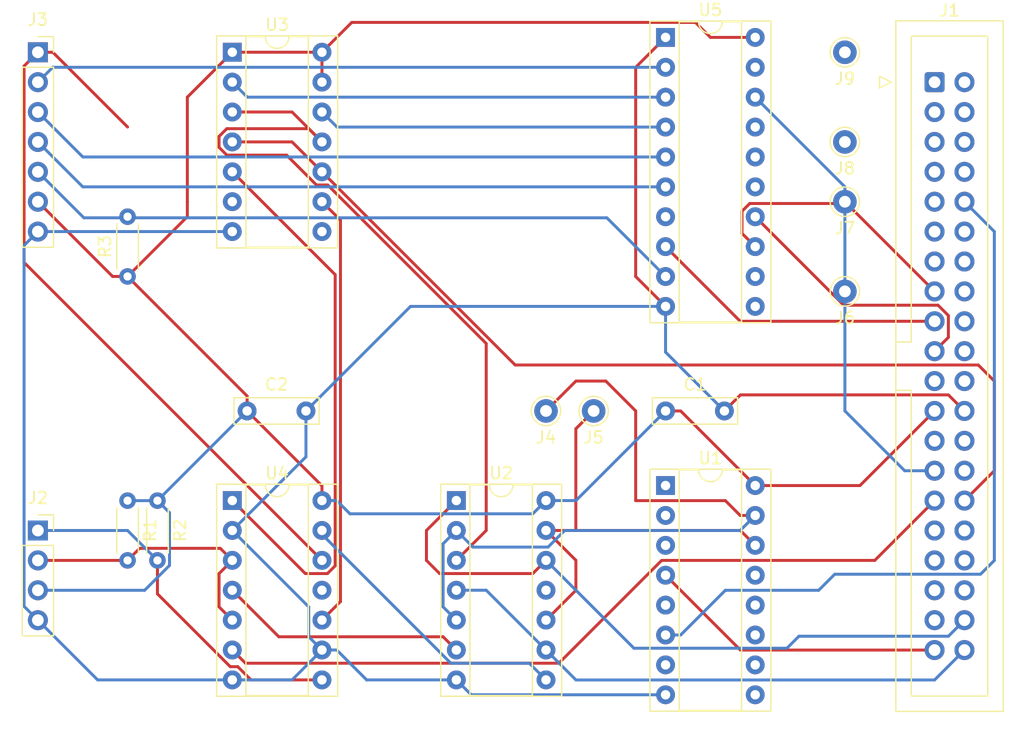
<source format=kicad_pcb>
(kicad_pcb (version 20211014) (generator pcbnew)
  (layers (0 "F.Cu" signal) (31 "B.Cu" signal) (34 "B.Paste" user) (35 "F.Paste" user) (36 "B.SilkS" user "B.Silkscreen") (37 "F.SilkS" user "F.Silkscreen") (38 "B.Mask" user) (39 "F.Mask" user) (44 "Edge.Cuts" user))
  (net 0 "")
  (net 1 "+5V")
  (net 2 "/~{RD}")
  (net 3 "/~{WR}")
  (net 4 "/~{RST}")
  (net 6 "/A1")
  (net 8 "/A2")
  (net 10 "/~{IORQ}")
  (net 12 "/A3")
  (net 14 "/A6")
  (net 15 "Net-(J4-Pad1)")
  (net 17 "Net-(J5-Pad1)")
  (net 18 "GND")
  (net 19 "/A7")
  (net 20 "/~{SPI IORD}")
  (net 21 "/~{I2C IOWR}")
  (net 22 "/~{SPI IOWR}")
  (net 23 "/~{I2C IORD}")
  (net 25 "/D0")
  (net 26 "Net-(U3-Pad9)")
  (net 27 "Net-(U3-Pad5)")
  (net 28 "/D1")
  (net 30 "/D3")
  (net 31 "Net-(U5-Pad12)")
  (net 32 "/D4")
  (net 33 "/D5")
  (net 34 "Net-(U5-Pad15)")
  (net 35 "Net-(U5-Pad16)")
  (net 36 "/D2")
  (net 37 "/D6")
  (net 38 "/D7")
  (net 39 "Net-(U5-Pad19)")
  (net 49 "/I2C_SCL")
  (net 50 "/I2C_SDA")
  (net 51 "/SPI_MISO")
  (net 53 "/SPI_MOSI")
  (net 58 "/SPI_CLK")
  (net 60 "/SPI_~{CS}")
  (net 62 "/SPI_D{slash}~{C}")
  (footprint "Resistor_THT:R_Axial_DIN0204_L3.6mm_D1.6mm_P5.08mm_Horizontal" (layer "F.Cu") (at 111.76 74.93 90)
    (fp_text reference "R3" (at 2.54 -1.92 90) (layer "F.SilkS"))
    (fp_text value "4k7")
    (fp_line (start 0.62 -0.92) (end 4.46 -0.92) (layer "F.SilkS") (width 0.12))
    (fp_line (start 0.62 0.92) (end 4.46 0.92) (layer "F.SilkS") (width 0.12))
    (pad "1" thru_hole circle (at 0 0 90) (size 1.4 1.4) (drill 0.7) (layers *.Cu *.Mask) (net 1 "+5V"))
    (pad "2" thru_hole oval (at 5.08 0 90) (size 1.4 1.4) (drill 0.7) (layers *.Cu *.Mask) (net 51 "/SPI_MISO"))
  )
  (footprint "Connector_Pin:Pin_D1.0mm_L10.0mm" (layer "F.Cu") (at 151.37 86.36)
    (fp_text reference "J5" (at 0 2.25) (layer "F.SilkS"))
    (fp_text value "SPI_SEL")
    (fp_circle (center 0 0) (end 1.25 0.05) (layer "F.SilkS") (width 0.12) (fill none))
    (pad "1" thru_hole circle (at 0 0) (size 2 2) (drill 1) (layers *.Cu *.Mask) (net 17 "Net-(J5-Pad1)"))
  )
  (footprint "Resistor_THT:R_Axial_DIN0204_L3.6mm_D1.6mm_P5.08mm_Horizontal" (layer "F.Cu") (at 111.76 93.98 -90)
    (fp_text reference "R1" (at 2.54 -1.92 90) (layer "F.SilkS"))
    (fp_text value "4K7")
    (fp_line (start 0.62 0.92) (end 4.46 0.92) (layer "F.SilkS") (width 0.12))
    (fp_line (start 0.62 -0.92) (end 4.46 -0.92) (layer "F.SilkS") (width 0.12))
    (pad "1" thru_hole circle locked (at 0 0 270) (size 1.4 1.4) (drill 0.7) (layers *.Cu *.Mask) (net 1 "+5V"))
    (pad "2" thru_hole oval locked (at 5.08 0 270) (size 1.4 1.4) (drill 0.7) (layers *.Cu *.Mask) (net 50 "/I2C_SDA"))
  )
  (footprint "Connector_Pin:Pin_D1.0mm_L10.0mm" (layer "F.Cu") (at 172.72 68.58)
    (fp_text reference "J7" (at 0 2.25) (layer "F.SilkS"))
    (fp_text value "SPI_~{CS3}")
    (fp_circle (center 0 0) (end 1.25 0.05) (layer "F.SilkS") (width 0.12) (fill none))
    (pad "1" thru_hole circle (at 0 0) (size 2 2) (drill 1) (layers *.Cu *.Mask) (net 34 "Net-(U5-Pad15)"))
  )
  (footprint "Connector_Pin:Pin_D1.0mm_L10.0mm" (layer "F.Cu") (at 172.72 55.88)
    (fp_text reference "J9" (at 0 2.25) (layer "F.SilkS"))
    (fp_text value "SPI_~{CS5}")
    (fp_circle (center 0 0) (end 1.25 0.05) (layer "F.SilkS") (width 0.12) (fill none))
    (pad "1" thru_hole circle (at 0 0) (size 2 2) (drill 1) (layers *.Cu *.Mask) (net 39 "Net-(U5-Pad19)"))
  )
  (footprint "Connector_PinSocket_2.54mm:PinSocket_1x04_P2.54mm_Vertical" (layer "F.Cu") (at 104.14 96.52)
    (fp_text reference "J2" (at 0 -2.77) (layer "F.SilkS"))
    (fp_text value "I2C Bus")
    (fp_line (start 1.33 -1.33) (end 1.33 0) (layer "F.SilkS") (width 0.12))
    (fp_line (start -1.33 1.27) (end -1.33 8.95) (layer "F.SilkS") (width 0.12))
    (fp_line (start -1.33 8.95) (end 1.33 8.95) (layer "F.SilkS") (width 0.12))
    (fp_line (start 0 -1.33) (end 1.33 -1.33) (layer "F.SilkS") (width 0.12))
    (fp_line (start -1.33 1.27) (end 1.33 1.27) (layer "F.SilkS") (width 0.12))
    (fp_line (start 1.33 1.27) (end 1.33 8.95) (layer "F.SilkS") (width 0.12))
    (pad "1" thru_hole rect locked (at 0 0) (size 1.7 1.7) (drill 1) (layers *.Cu *.Mask) (net 49 "/I2C_SCL"))
    (pad "2" thru_hole oval locked (at 0 2.54) (size 1.7 1.7) (drill 1) (layers *.Cu *.Mask) (net 50 "/I2C_SDA"))
    (pad "3" thru_hole oval locked (at 0 5.08) (size 1.7 1.7) (drill 1) (layers *.Cu *.Mask) (net 1 "+5V"))
    (pad "4" thru_hole oval locked (at 0 7.62) (size 1.7 1.7) (drill 1) (layers *.Cu *.Mask) (net 18 "GND"))
  )
  (footprint "Resistor_THT:R_Axial_DIN0204_L3.6mm_D1.6mm_P5.08mm_Horizontal" (layer "F.Cu") (at 114.3 93.98 -90)
    (fp_text reference "R2" (at 2.54 -1.92 90) (layer "F.SilkS"))
    (fp_text value "4K7")
    (fp_line (start 0.62 -0.92) (end 4.46 -0.92) (layer "F.SilkS") (width 0.12))
    (fp_line (start 0.62 0.92) (end 4.46 0.92) (layer "F.SilkS") (width 0.12))
    (pad "1" thru_hole circle locked (at 0 0 270) (size 1.4 1.4) (drill 0.7) (layers *.Cu *.Mask) (net 1 "+5V"))
    (pad "2" thru_hole oval locked (at 5.08 0 270) (size 1.4 1.4) (drill 0.7) (layers *.Cu *.Mask) (net 49 "/I2C_SCL"))
  )
  (footprint "Connector_Pin:Pin_D1.0mm_L10.0mm" (layer "F.Cu") (at 172.72 76.2)
    (fp_text reference "J6" (at 0 2.25) (layer "F.SilkS"))
    (fp_text value "SPI_~{CS2}")
    (fp_circle (center 0 0) (end 1.25 0.05) (layer "F.SilkS") (width 0.12) (fill none))
    (pad "1" thru_hole circle (at 0 0) (size 2 2) (drill 1) (layers *.Cu *.Mask) (net 31 "Net-(U5-Pad12)"))
  )
  (footprint "Connector_Pin:Pin_D1.0mm_L10.0mm" (layer "F.Cu") (at 172.72 63.5)
    (fp_text reference "J8" (at 0 2.25) (layer "F.SilkS"))
    (fp_text value "SPI_~{CS4}")
    (fp_circle (center 0 0) (end 1.25 0.05) (layer "F.SilkS") (width 0.12) (fill none))
    (pad "1" thru_hole circle (at 0 0) (size 2 2) (drill 1) (layers *.Cu *.Mask) (net 35 "Net-(U5-Pad16)"))
  )
  (footprint "SC-1 Library:SC-1 CPU IDC Header" (layer "F.Cu") (at 180.34 58.42)
    (fp_text reference "J1" (at 1.27 -6.1) (layer "F.SilkS"))
    (fp_text value "SC-1 Expansion")
    (fp_line (start -3.68 0) (end -4.68 -0.5) (layer "F.SilkS") (width 0.12))
    (fp_line (start -3.29 53.47) (end -3.29 -5.21) (layer "F.SilkS") (width 0.12))
    (fp_line (start -4.68 0.5) (end -3.68 0) (layer "F.SilkS") (width 0.12))
    (fp_line (start 5.83 53.47) (end -3.29 53.47) (layer "F.SilkS") (width 0.12))
    (fp_line (start -4.68 -0.5) (end -4.68 0.5) (layer "F.SilkS") (width 0.12))
    (fp_line (start -3.29 -5.21) (end 5.83 -5.21) (layer "F.SilkS") (width 0.12))
    (fp_line (start 5.83 -5.21) (end 5.83 53.47) (layer "F.SilkS") (width 0.12))
    (fp_line (start -3.29 22.08) (end -1.98 22.08) (layer "F.SilkS") (width 0.12))
    (fp_line (start -1.98 -3.91) (end 4.52 -3.91) (layer "F.SilkS") (width 0.12))
    (fp_line (start -1.98 26.18) (end -3.29 26.18) (layer "F.SilkS") (width 0.12))
    (fp_line (start 4.52 52.17) (end -1.98 52.17) (layer "F.SilkS") (width 0.12))
    (fp_line (start 4.52 -3.91) (end 4.52 52.17) (layer "F.SilkS") (width 0.12))
    (fp_line (start -1.98 26.18) (end -1.98 26.18) (layer "F.SilkS") (width 0.12))
    (fp_line (start -1.98 52.17) (end -1.98 26.18) (layer "F.SilkS") (width 0.12))
    (fp_line (start -1.98 22.08) (end -1.98 -3.91) (layer "F.SilkS") (width 0.12))
    (pad "1" thru_hole roundrect (at 0 0) (size 1.7 1.7) (drill 1) (layers *.Cu *.Mask) (roundrect_rratio 0.147059))
    (pad "2" thru_hole circle (at 0 2.54) (size 1.7 1.7) (drill 1) (layers *.Cu *.Mask))
    (pad "3" thru_hole circle (at 0 5.08) (size 1.7 1.7) (drill 1) (layers *.Cu *.Mask))
    (pad "4" thru_hole circle (at 0 7.62) (size 1.7 1.7) (drill 1) (layers *.Cu *.Mask))
    (pad "5" thru_hole circle (at 0 10.16) (size 1.7 1.7) (drill 1) (layers *.Cu *.Mask))
    (pad "6" thru_hole circle (at 0 12.7) (size 1.7 1.7) (drill 1) (layers *.Cu *.Mask))
    (pad "7" thru_hole circle (at 0 15.24) (size 1.7 1.7) (drill 1) (layers *.Cu *.Mask))
    (pad "8" thru_hole circle (at 0 17.78) (size 1.7 1.7) (drill 1) (layers *.Cu *.Mask) (net 32 "/D4"))
    (pad "9" thru_hole circle (at 0 20.32) (size 1.7 1.7) (drill 1) (layers *.Cu *.Mask) (net 30 "/D3"))
    (pad "10" thru_hole circle (at 0 22.86) (size 1.7 1.7) (drill 1) (layers *.Cu *.Mask) (net 33 "/D5"))
    (pad "11" thru_hole circle (at 0 25.4) (size 1.7 1.7) (drill 1) (layers *.Cu *.Mask) (net 37 "/D6"))
    (pad "12" thru_hole circle (at 0 27.94) (size 1.7 1.7) (drill 1) (layers *.Cu *.Mask) (net 1 "+5V"))
    (pad "13" thru_hole circle (at 0 30.48) (size 1.7 1.7) (drill 1) (layers *.Cu *.Mask) (net 36 "/D2"))
    (pad "14" thru_hole circle (at 0 33.02) (size 1.7 1.7) (drill 1) (layers *.Cu *.Mask) (net 38 "/D7"))
    (pad "15" thru_hole circle (at 0 35.56) (size 1.7 1.7) (drill 1) (layers *.Cu *.Mask) (net 25 "/D0"))
    (pad "16" thru_hole circle (at 0 38.1) (size 1.7 1.7) (drill 1) (layers *.Cu *.Mask) (net 28 "/D1"))
    (pad "17" thru_hole circle (at 0 40.64) (size 1.7 1.7) (drill 1) (layers *.Cu *.Mask))
    (pad "18" thru_hole circle (at 0 43.18) (size 1.7 1.7) (drill 1) (layers *.Cu *.Mask))
    (pad "19" thru_hole circle (at 0 45.72) (size 1.7 1.7) (drill 1) (layers *.Cu *.Mask))
    (pad "20" thru_hole circle (at 0 48.26) (size 1.7 1.7) (drill 1) (layers *.Cu *.Mask) (net 10 "/~{IORQ}"))
    (pad "21" thru_hole circle (at 2.54 48.26) (size 1.7 1.7) (drill 1) (layers *.Cu *.Mask) (net 2 "/~{RD}"))
    (pad "22" thru_hole circle (at 2.54 45.72) (size 1.7 1.7) (drill 1) (layers *.Cu *.Mask) (net 3 "/~{WR}"))
    (pad "23" thru_hole circle (at 2.54 43.18) (size 1.7 1.7) (drill 1) (layers *.Cu *.Mask))
    (pad "24" thru_hole circle (at 2.54 40.64) (size 1.7 1.7) (drill 1) (layers *.Cu *.Mask))
    (pad "25" thru_hole circle (at 2.54 38.1) (size 1.7 1.7) (drill 1) (layers *.Cu *.Mask))
    (pad "26" thru_hole circle (at 2.54 35.56) (size 1.7 1.7) (drill 1) (layers *.Cu *.Mask) (net 4 "/~{RST}"))
    (pad "27" thru_hole circle (at 2.54 33.02) (size 1.7 1.7) (drill 1) (layers *.Cu *.Mask))
    (pad "28" thru_hole circle (at 2.54 30.48) (size 1.7 1.7) (drill 1) (layers *.Cu *.Mask))
    (pad "29" thru_hole circle (at 2.54 27.94) (size 1.7 1.7) (drill 1) (layers *.Cu *.Mask) (net 18 "GND"))
    (pad "30" thru_hole circle (at 2.54 25.4) (size 1.7 1.7) (drill 1) (layers *.Cu *.Mask))
    (pad "31" thru_hole circle (at 2.54 22.86) (size 1.7 1.7) (drill 1) (layers *.Cu *.Mask) (net 6 "/A1"))
    (pad "32" thru_hole circle (at 2.54 20.32) (size 1.7 1.7) (drill 1) (layers *.Cu *.Mask) (net 8 "/A2"))
    (pad "33" thru_hole circle (at 2.54 17.78) (size 1.7 1.7) (drill 1) (layers *.Cu *.Mask) (net 12 "/A3"))
    (pad "34" thru_hole circle (at 2.54 15.24) (size 1.7 1.7) (drill 1) (layers *.Cu *.Mask))
    (pad "35" thru_hole circle (at 2.54 12.7) (size 1.7 1.7) (drill 1) (layers *.Cu *.Mask))
    (pad "36" thru_hole circle (at 2.54 10.16) (size 1.7 1.7) (drill 1) (layers *.Cu *.Mask) (net 14 "/A6"))
    (pad "37" thru_hole circle (at 2.54 7.62) (size 1.7 1.7) (drill 1) (layers *.Cu *.Mask) (net 19 "/A7"))
    (pad "38" thru_hole circle (at 2.54 5.08) (size 1.7 1.7) (drill 1) (layers *.Cu *.Mask))
    (pad "39" thru_hole circle (at 2.54 2.54) (size 1.7 1.7) (drill 1) (layers *.Cu *.Mask))
    (pad "40" thru_hole circle (at 2.54 0) (size 1.7 1.7) (drill 1) (layers *.Cu *.Mask))
  )
  (footprint "Package_DIP:DIP-14_W7.62mm_Socket" (layer "F.Cu") (at 120.66 93.975)
    (fp_text reference "U4" (at 3.81 -2.33) (layer "F.SilkS"))
    (fp_text value "74HC125")
    (fp_line (start 2.81 -1.33) (end 1.16 -1.33) (layer "F.SilkS") (width 0.12))
    (fp_line (start 6.46 16.57) (end 6.46 -1.33) (layer "F.SilkS") (width 0.12))
    (fp_line (start -1.33 -1.39) (end -1.33 16.63) (layer "F.SilkS") (width 0.12))
    (fp_line (start 6.46 -1.33) (end 4.81 -1.33) (layer "F.SilkS") (width 0.12))
    (fp_line (start -1.33 16.63) (end 8.95 16.63) (layer "F.SilkS") (width 0.12))
    (fp_line (start 8.95 16.63) (end 8.95 -1.39) (layer "F.SilkS") (width 0.12))
    (fp_line (start 1.16 16.57) (end 6.46 16.57) (layer "F.SilkS") (width 0.12))
    (fp_line (start 8.95 -1.39) (end -1.33 -1.39) (layer "F.SilkS") (width 0.12))
    (fp_line (start 1.16 -1.33) (end 1.16 16.57) (layer "F.SilkS") (width 0.12))
    (fp_arc (start 4.81 -1.33) (mid 3.81 -0.33) (end 2.81 -1.33) (layer "F.SilkS") (width 0.12))
    (pad "1" thru_hole rect locked (at 0 0) (size 1.6 1.6) (drill 0.8) (layers *.Cu *.Mask) (net 27 "Net-(U3-Pad5)"))
    (pad "2" thru_hole oval locked (at 0 2.54) (size 1.6 1.6) (drill 0.8) (layers *.Cu *.Mask) (net 18 "GND"))
    (pad "3" thru_hole oval locked (at 0 5.08) (size 1.6 1.6) (drill 0.8) (layers *.Cu *.Mask) (net 50 "/I2C_SDA"))
    (pad "4" thru_hole oval locked (at 0 7.62) (size 1.6 1.6) (drill 0.8) (layers *.Cu *.Mask) (net 23 "/~{I2C IORD}"))
    (pad "5" thru_hole oval locked (at 0 10.16) (size 1.6 1.6) (drill 0.8) (layers *.Cu *.Mask) (net 50 "/I2C_SDA"))
    (pad "6" thru_hole oval locked (at 0 12.7) (size 1.6 1.6) (drill 0.8) (layers *.Cu *.Mask) (net 25 "/D0"))
    (pad "7" thru_hole oval locked (at 0 15.24) (size 1.6 1.6) (drill 0.8) (layers *.Cu *.Mask) (net 18 "GND"))
    (pad "8" thru_hole oval locked (at 7.62 15.24) (size 1.6 1.6) (drill 0.8) (layers *.Cu *.Mask) (net 49 "/I2C_SCL"))
    (pad "9" thru_hole oval locked (at 7.62 12.7) (size 1.6 1.6) (drill 0.8) (layers *.Cu *.Mask) (net 18 "GND"))
    (pad "10" thru_hole oval locked (at 7.62 10.16) (size 1.6 1.6) (drill 0.8) (layers *.Cu *.Mask) (net 26 "Net-(U3-Pad9)"))
    (pad "11" thru_hole oval locked (at 7.62 7.62) (size 1.6 1.6) (drill 0.8) (layers *.Cu *.Mask) (net 30 "/D3"))
    (pad "12" thru_hole oval locked (at 7.62 5.08) (size 1.6 1.6) (drill 0.8) (layers *.Cu *.Mask) (net 51 "/SPI_MISO"))
    (pad "13" thru_hole oval locked (at 7.62 2.54) (size 1.6 1.6) (drill 0.8) (layers *.Cu *.Mask) (net 20 "/~{SPI IORD}"))
    (pad "14" thru_hole oval locked (at 7.62 0) (size 1.6 1.6) (drill 0.8) (layers *.Cu *.Mask) (net 1 "+5V"))
  )
  (footprint "Package_DIP:DIP-16_W7.62mm_Socket" (layer "F.Cu") (at 157.48 92.7)
    (fp_text reference "U1" (at 3.81 -2.33) (layer "F.SilkS"))
    (fp_text value "74HC138")
    (fp_line (start 8.95 -1.39) (end -1.33 -1.39) (layer "F.SilkS") (width 0.12))
    (fp_line (start -1.33 -1.39) (end -1.33 19.17) (layer "F.SilkS") (width 0.12))
    (fp_line (start 2.81 -1.33) (end 1.16 -1.33) (layer "F.SilkS") (width 0.12))
    (fp_line (start 6.46 19.11) (end 6.46 -1.33) (layer "F.SilkS") (width 0.12))
    (fp_line (start 1.16 19.11) (end 6.46 19.11) (layer "F.SilkS") (width 0.12))
    (fp_line (start 8.95 19.17) (end 8.95 -1.39) (layer "F.SilkS") (width 0.12))
    (fp_line (start -1.33 19.17) (end 8.95 19.17) (layer "F.SilkS") (width 0.12))
    (fp_line (start 6.46 -1.33) (end 4.81 -1.33) (layer "F.SilkS") (width 0.12))
    (fp_line (start 1.16 -1.33) (end 1.16 19.11) (layer "F.SilkS") (width 0.12))
    (fp_arc (start 4.81 -1.33) (mid 3.81 -0.33) (end 2.81 -1.33) (layer "F.SilkS") (width 0.12))
    (pad "1" thru_hole rect locked (at 0 0) (size 1.6 1.6) (drill 0.8) (layers *.Cu *.Mask) (net 6 "/A1"))
    (pad "2" thru_hole oval locked (at 0 2.54) (size 1.6 1.6) (drill 0.8) (layers *.Cu *.Mask) (net 8 "/A2"))
    (pad "3" thru_hole oval locked (at 0 5.08) (size 1.6 1.6) (drill 0.8) (layers *.Cu *.Mask) (net 12 "/A3"))
    (pad "4" thru_hole oval locked (at 0 7.62) (size 1.6 1.6) (drill 0.8) (layers *.Cu *.Mask) (net 10 "/~{IORQ}"))
    (pad "5" thru_hole oval locked (at 0 10.16) (size 1.6 1.6) (drill 0.8) (layers *.Cu *.Mask) (net 19 "/A7"))
    (pad "6" thru_hole oval locked (at 0 12.7) (size 1.6 1.6) (drill 0.8) (layers *.Cu *.Mask) (net 14 "/A6"))
    (pad "7" thru_hole oval locked (at 0 15.24) (size 1.6 1.6) (drill 0.8) (layers *.Cu *.Mask))
    (pad "8" thru_hole oval locked (at 0 17.78) (size 1.6 1.6) (drill 0.8) (layers *.Cu *.Mask) (net 18 "GND"))
    (pad "9" thru_hole oval locked (at 7.62 17.78) (size 1.6 1.6) (drill 0.8) (layers *.Cu *.Mask))
    (pad "10" thru_hole oval locked (at 7.62 15.24) (size 1.6 1.6) (drill 0.8) (layers *.Cu *.Mask))
    (pad "11" thru_hole oval locked (at 7.62 12.7) (size 1.6 1.6) (drill 0.8) (layers *.Cu *.Mask))
    (pad "12" thru_hole oval locked (at 7.62 10.16) (size 1.6 1.6) (drill 0.8) (layers *.Cu *.Mask))
    (pad "13" thru_hole oval locked (at 7.62 7.62) (size 1.6 1.6) (drill 0.8) (layers *.Cu *.Mask))
    (pad "14" thru_hole oval locked (at 7.62 5.08) (size 1.6 1.6) (drill 0.8) (layers *.Cu *.Mask) (net 17 "Net-(J5-Pad1)"))
    (pad "15" thru_hole oval locked (at 7.62 2.54) (size 1.6 1.6) (drill 0.8) (layers *.Cu *.Mask) (net 15 "Net-(J4-Pad1)"))
    (pad "16" thru_hole oval locked (at 7.62 0) (size 1.6 1.6) (drill 0.8) (layers *.Cu *.Mask) (net 1 "+5V"))
  )
  (footprint "Capacitor_THT:C_Rect_L7.0mm_W2.0mm_P5.00mm" (layer "F.Cu") (at 121.92 86.36)
    (fp_text reference "C2" (at 2.5 -2.25) (layer "F.SilkS"))
    (fp_text value "100nf")
    (fp_line (start -1.12 1.12) (end 6.12 1.12) (layer "F.SilkS") (width 0.12))
    (fp_line (start -1.12 -1.12) (end 6.12 -1.12) (layer "F.SilkS") (width 0.12))
    (fp_line (start 6.12 -1.12) (end 6.12 1.12) (layer "F.SilkS") (width 0.12))
    (fp_line (start -1.12 -1.12) (end -1.12 1.12) (layer "F.SilkS") (width 0.12))
    (pad "1" thru_hole circle locked (at 0 0) (size 1.6 1.6) (drill 0.8) (layers *.Cu *.Mask) (net 1 "+5V"))
    (pad "2" thru_hole circle locked (at 5 0) (size 1.6 1.6) (drill 0.8) (layers *.Cu *.Mask) (net 18 "GND"))
  )
  (footprint "Connector_Pin:Pin_D1.0mm_L10.0mm" (layer "F.Cu") (at 147.32 86.36)
    (fp_text reference "J4" (at 0 2.25) (layer "F.SilkS"))
    (fp_text value "I2C_SEL")
    (fp_circle (center 0 0) (end 1.25 0.05) (layer "F.SilkS") (width 0.12) (fill none))
    (pad "1" thru_hole circle (at 0 0) (size 2 2) (drill 1) (layers *.Cu *.Mask) (net 15 "Net-(J4-Pad1)"))
  )
  (footprint "Package_DIP:DIP-14_W7.62mm_Socket" (layer "F.Cu") (at 139.7 93.975)
    (fp_text reference "U2" (at 3.81 -2.33) (layer "F.SilkS"))
    (fp_text value "74HC32")
    (fp_line (start 6.46 -1.33) (end 4.81 -1.33) (layer "F.SilkS") (width 0.12))
    (fp_line (start -1.33 -1.39) (end -1.33 16.63) (layer "F.SilkS") (width 0.12))
    (fp_line (start 6.46 16.57) (end 6.46 -1.33) (layer "F.SilkS") (width 0.12))
    (fp_line (start 2.81 -1.33) (end 1.16 -1.33) (layer "F.SilkS") (width 0.12))
    (fp_line (start -1.33 16.63) (end 8.95 16.63) (layer "F.SilkS") (width 0.12))
    (fp_line (start 1.16 16.57) (end 6.46 16.57) (layer "F.SilkS") (width 0.12))
    (fp_line (start 8.95 -1.39) (end -1.33 -1.39) (layer "F.SilkS") (width 0.12))
    (fp_line (start 8.95 16.63) (end 8.95 -1.39) (layer "F.SilkS") (width 0.12))
    (fp_line (start 1.16 -1.33) (end 1.16 16.57) (layer "F.SilkS") (width 0.12))
    (fp_arc (start 4.81 -1.33) (mid 3.81 -0.33) (end 2.81 -1.33) (layer "F.SilkS") (width 0.12))
    (pad "1" thru_hole rect locked (at 0 0) (size 1.6 1.6) (drill 0.8) (layers *.Cu *.Mask) (net 3 "/~{WR}"))
    (pad "2" thru_hole oval locked (at 0 2.54) (size 1.6 1.6) (drill 0.8) (layers *.Cu *.Mask) (net 15 "Net-(J4-Pad1)"))
    (pad "3" thru_hole oval locked (at 0 5.08) (size 1.6 1.6) (drill 0.8) (layers *.Cu *.Mask) (net 21 "/~{I2C IOWR}"))
    (pad "4" thru_hole oval locked (at 0 7.62) (size 1.6 1.6) (drill 0.8) (layers *.Cu *.Mask) (net 2 "/~{RD}"))
    (pad "5" thru_hole oval locked (at 0 10.16) (size 1.6 1.6) (drill 0.8) (layers *.Cu *.Mask) (net 15 "Net-(J4-Pad1)"))
    (pad "6" thru_hole oval locked (at 0 12.7) (size 1.6 1.6) (drill 0.8) (layers *.Cu *.Mask) (net 23 "/~{I2C IORD}"))
    (pad "7" thru_hole oval locked (at 0 15.24) (size 1.6 1.6) (drill 0.8) (layers *.Cu *.Mask) (net 18 "GND"))
    (pad "8" thru_hole oval locked (at 7.62 15.24) (size 1.6 1.6) (drill 0.8) (layers *.Cu *.Mask) (net 20 "/~{SPI IORD}"))
    (pad "9" thru_hole oval locked (at 7.62 12.7) (size 1.6 1.6) (drill 0.8) (layers *.Cu *.Mask) (net 2 "/~{RD}"))
    (pad "10" thru_hole oval locked (at 7.62 10.16) (size 1.6 1.6) (drill 0.8) (layers *.Cu *.Mask) (net 17 "Net-(J5-Pad1)"))
    (pad "11" thru_hole oval locked (at 7.62 7.62) (size 1.6 1.6) (drill 0.8) (layers *.Cu *.Mask) (net 22 "/~{SPI IOWR}"))
    (pad "12" thru_hole oval locked (at 7.62 5.08) (size 1.6 1.6) (drill 0.8) (layers *.Cu *.Mask) (net 3 "/~{WR}"))
    (pad "13" thru_hole oval locked (at 7.62 2.54) (size 1.6 1.6) (drill 0.8) (layers *.Cu *.Mask) (net 17 "Net-(J5-Pad1)"))
    (pad "14" thru_hole oval locked (at 7.62 0) (size 1.6 1.6) (drill 0.8) (layers *.Cu *.Mask) (net 1 "+5V"))
  )
  (footprint "Package_DIP:DIP-14_W7.62mm_Socket" (layer "F.Cu") (at 120.66 55.875)
    (fp_text reference "U3" (at 3.81 -2.33) (layer "F.SilkS"))
    (fp_text value "74HC74")
    (fp_line (start -1.33 16.63) (end 8.95 16.63) (layer "F.SilkS") (width 0.12))
    (fp_line (start 1.16 16.57) (end 6.46 16.57) (layer "F.SilkS") (width 0.12))
    (fp_line (start 6.46 16.57) (end 6.46 -1.33) (layer "F.SilkS") (width 0.12))
    (fp_line (start 6.46 -1.33) (end 4.81 -1.33) (layer "F.SilkS") (width 0.12))
    (fp_line (start -1.33 -1.39) (end -1.33 16.63) (layer "F.SilkS") (width 0.12))
    (fp_line (start 2.81 -1.33) (end 1.16 -1.33) (layer "F.SilkS") (width 0.12))
    (fp_line (start 8.95 -1.39) (end -1.33 -1.39) (layer "F.SilkS") (width 0.12))
    (fp_line (start 1.16 -1.33) (end 1.16 16.57) (layer "F.SilkS") (width 0.12))
    (fp_line (start 8.95 16.63) (end 8.95 -1.39) (layer "F.SilkS") (width 0.12))
    (fp_arc (start 4.81 -1.33) (mid 3.81 -0.33) (end 2.81 -1.33) (layer "F.SilkS") (width 0.12))
    (pad "1" thru_hole rect locked (at 0 0) (size 1.6 1.6) (drill 0.8) (layers *.Cu *.Mask) (net 1 "+5V"))
    (pad "2" thru_hole oval locked (at 0 2.54) (size 1.6 1.6) (drill 0.8) (layers *.Cu *.Mask) (net 25 "/D0"))
    (pad "3" thru_hole oval locked (at 0 5.08) (size 1.6 1.6) (drill 0.8) (layers *.Cu *.Mask) (net 21 "/~{I2C IOWR}"))
    (pad "4" thru_hole oval locked (at 0 7.62) (size 1.6 1.6) (drill 0.8) (layers *.Cu *.Mask) (net 4 "/~{RST}"))
    (pad "5" thru_hole oval locked (at 0 10.16) (size 1.6 1.6) (drill 0.8) (layers *.Cu *.Mask) (net 27 "Net-(U3-Pad5)"))
    (pad "6" thru_hole oval locked (at 0 12.7) (size 1.6 1.6) (drill 0.8) (layers *.Cu *.Mask))
    (pad "7" thru_hole oval locked (at 0 15.24) (size 1.6 1.6) (drill 0.8) (layers *.Cu *.Mask) (net 18 "GND"))
    (pad "8" thru_hole oval locked (at 7.62 15.24) (size 1.6 1.6) (drill 0.8) (layers *.Cu *.Mask))
    (pad "9" thru_hole oval locked (at 7.62 12.7) (size 1.6 1.6) (drill 0.8) (layers *.Cu *.Mask) (net 26 "Net-(U3-Pad9)"))
    (pad "10" thru_hole oval locked (at 7.62 10.16) (size 1.6 1.6) (drill 0.8) (layers *.Cu *.Mask) (net 4 "/~{RST}"))
    (pad "11" thru_hole oval locked (at 7.62 7.62) (size 1.6 1.6) (drill 0.8) (layers *.Cu *.Mask) (net 21 "/~{I2C IOWR}"))
    (pad "12" thru_hole oval locked (at 7.62 5.08) (size 1.6 1.6) (drill 0.8) (layers *.Cu *.Mask) (net 28 "/D1"))
    (pad "13" thru_hole oval locked (at 7.62 2.54) (size 1.6 1.6) (drill 0.8) (layers *.Cu *.Mask) (net 1 "+5V"))
    (pad "14" thru_hole oval locked (at 7.62 0) (size 1.6 1.6) (drill 0.8) (layers *.Cu *.Mask) (net 1 "+5V"))
  )
  (footprint "Capacitor_THT:C_Rect_L7.0mm_W2.0mm_P5.00mm" (layer "F.Cu") (at 157.48 86.36)
    (fp_text reference "C1" (at 2.5 -2.25) (layer "F.SilkS"))
    (fp_text value "100nf")
    (fp_line (start -1.12 -1.12) (end -1.12 1.12) (layer "F.SilkS") (width 0.12))
    (fp_line (start 6.12 -1.12) (end 6.12 1.12) (layer "F.SilkS") (width 0.12))
    (fp_line (start -1.12 -1.12) (end 6.12 -1.12) (layer "F.SilkS") (width 0.12))
    (fp_line (start -1.12 1.12) (end 6.12 1.12) (layer "F.SilkS") (width 0.12))
    (pad "1" thru_hole circle locked (at 0 0) (size 1.6 1.6) (drill 0.8) (layers *.Cu *.Mask) (net 1 "+5V"))
    (pad "2" thru_hole circle locked (at 5 0) (size 1.6 1.6) (drill 0.8) (layers *.Cu *.Mask) (net 18 "GND"))
  )
  (footprint "Package_DIP:DIP-20_W7.62mm_Socket" (layer "F.Cu") (at 157.48 54.615)
    (fp_text reference "U5" (at 3.81 -2.33) (layer "F.SilkS"))
    (fp_text value "74HC374")
    (fp_line (start 1.16 24.19) (end 6.46 24.19) (layer "F.SilkS") (width 0.12))
    (fp_line (start 8.95 -1.39) (end -1.33 -1.39) (layer "F.SilkS") (width 0.12))
    (fp_line (start 1.16 -1.33) (end 1.16 24.19) (layer "F.SilkS") (width 0.12))
    (fp_line (start 8.95 24.25) (end 8.95 -1.39) (layer "F.SilkS") (width 0.12))
    (fp_line (start -1.33 -1.39) (end -1.33 24.25) (layer "F.SilkS") (width 0.12))
    (fp_line (start 2.81 -1.33) (end 1.16 -1.33) (layer "F.SilkS") (width 0.12))
    (fp_line (start -1.33 24.25) (end 8.95 24.25) (layer "F.SilkS") (width 0.12))
    (fp_line (start 6.46 -1.33) (end 4.81 -1.33) (layer "F.SilkS") (width 0.12))
    (fp_line (start 6.46 24.19) (end 6.46 -1.33) (layer "F.SilkS") (width 0.12))
    (fp_arc (start 4.81 -1.33) (mid 3.81 -0.33) (end 2.81 -1.33) (layer "F.SilkS") (width 0.12))
    (pad "1" thru_hole rect locked (at 0 0) (size 1.6 1.6) (drill 0.8) (layers *.Cu *.Mask) (net 18 "GND"))
    (pad "2" thru_hole oval locked (at 0 2.54) (size 1.6 1.6) (drill 0.8) (layers *.Cu *.Mask) (net 53 "/SPI_MOSI"))
    (pad "3" thru_hole oval locked (at 0 5.08) (size 1.6 1.6) (drill 0.8) (layers *.Cu *.Mask) (net 25 "/D0"))
    (pad "4" thru_hole oval locked (at 0 7.62) (size 1.6 1.6) (drill 0.8) (layers *.Cu *.Mask) (net 28 "/D1"))
    (pad "5" thru_hole oval locked (at 0 10.16) (size 1.6 1.6) (drill 0.8) (layers *.Cu *.Mask) (net 58 "/SPI_CLK"))
    (pad "6" thru_hole oval locked (at 0 12.7) (size 1.6 1.6) (drill 0.8) (layers *.Cu *.Mask) (net 60 "/SPI_~{CS}"))
    (pad "7" thru_hole oval locked (at 0 15.24) (size 1.6 1.6) (drill 0.8) (layers *.Cu *.Mask) (net 36 "/D2"))
    (pad "8" thru_hole oval locked (at 0 17.78) (size 1.6 1.6) (drill 0.8) (layers *.Cu *.Mask) (net 30 "/D3"))
    (pad "9" thru_hole oval locked (at 0 20.32) (size 1.6 1.6) (drill 0.8) (layers *.Cu *.Mask) (net 62 "/SPI_D{slash}~{C}"))
    (pad "10" thru_hole oval locked (at 0 22.86) (size 1.6 1.6) (drill 0.8) (layers *.Cu *.Mask) (net 18 "GND"))
    (pad "11" thru_hole oval locked (at 7.62 22.86) (size 1.6 1.6) (drill 0.8) (layers *.Cu *.Mask) (net 22 "/~{SPI IOWR}"))
    (pad "12" thru_hole oval locked (at 7.62 20.32) (size 1.6 1.6) (drill 0.8) (layers *.Cu *.Mask) (net 31 "Net-(U5-Pad12)"))
    (pad "13" thru_hole oval locked (at 7.62 17.78) (size 1.6 1.6) (drill 0.8) (layers *.Cu *.Mask) (net 32 "/D4"))
    (pad "14" thru_hole oval locked (at 7.62 15.24) (size 1.6 1.6) (drill 0.8) (layers *.Cu *.Mask) (net 33 "/D5"))
    (pad "15" thru_hole oval locked (at 7.62 12.7) (size 1.6 1.6) (drill 0.8) (layers *.Cu *.Mask) (net 34 "Net-(U5-Pad15)"))
    (pad "16" thru_hole oval locked (at 7.62 10.16) (size 1.6 1.6) (drill 0.8) (layers *.Cu *.Mask) (net 35 "Net-(U5-Pad16)"))
    (pad "17" thru_hole oval locked (at 7.62 7.62) (size 1.6 1.6) (drill 0.8) (layers *.Cu *.Mask) (net 37 "/D6"))
    (pad "18" thru_hole oval locked (at 7.62 5.08) (size 1.6 1.6) (drill 0.8) (layers *.Cu *.Mask) (net 38 "/D7"))
    (pad "19" thru_hole oval locked (at 7.62 2.54) (size 1.6 1.6) (drill 0.8) (layers *.Cu *.Mask) (net 39 "Net-(U5-Pad19)"))
    (pad "20" thru_hole oval locked (at 7.62 0) (size 1.6 1.6) (drill 0.8) (layers *.Cu *.Mask) (net 1 "+5V"))
  )
  (footprint "Connector_PinSocket_2.54mm:PinSocket_1x07_P2.54mm_Vertical" (layer "F.Cu") (at 104.14 55.88)
    (fp_text reference "J3" (at 0 -2.77) (layer "F.SilkS"))
    (fp_text value "SPI BUS")
    (fp_line (start 1.33 -1.33) (end 1.33 0) (layer "F.SilkS") (width 0.12))
    (fp_line (start 1.33 1.27) (end 1.33 16.57) (layer "F.SilkS") (width 0.12))
    (fp_line (start 0 -1.33) (end 1.33 -1.33) (layer "F.SilkS") (width 0.12))
    (fp_line (start -1.33 1.27) (end -1.33 16.57) (layer "F.SilkS") (width 0.12))
    (fp_line (start -1.33 16.57) (end 1.33 16.57) (layer "F.SilkS") (width 0.12))
    (fp_line (start -1.33 1.27) (end 1.33 1.27) (layer "F.SilkS") (width 0.12))
    (pad "1" thru_hole rect locked (at 0 0) (size 1.7 1.7) (drill 1) (layers *.Cu *.Mask) (net 51 "/SPI_MISO"))
    (pad "2" thru_hole oval locked (at 0 2.54) (size 1.7 1.7) (drill 1) (layers *.Cu *.Mask) (net 53 "/SPI_MOSI"))
    (pad "3" thru_hole oval locked (at 0 5.08) (size 1.7 1.7) (drill 1) (layers *.Cu *.Mask) (net 58 "/SPI_CLK"))
    (pad "4" thru_hole oval locked (at 0 7.62) (size 1.7 1.7) (drill 1) (layers *.Cu *.Mask) (net 60 "/SPI_~{CS}"))
    (pad "5" thru_hole oval locked (at 0 10.16) (size 1.7 1.7) (drill 1) (layers *.Cu *.Mask) (net 62 "/SPI_D{slash}~{C}"))
    (pad "6" thru_hole oval locked (at 0 12.7) (size 1.7 1.7) (drill 1) (layers *.Cu *.Mask) (net 1 "+5V"))
    (pad "7" thru_hole oval locked (at 0 15.24) (size 1.7 1.7) (drill 1) (layers *.Cu *.Mask) (net 18 "GND"))
  )
  (segment (start 120.66 55.875) (end 128.28 55.875) (width 0.25) (layer "F.Cu") (net 1))
  (segment (start 116.84 69.85) (end 116.84 68.58) (width 0.25) (layer "F.Cu") (net 1))
  (segment (start 128.28 55.875) (end 130.815 53.34) (width 0.25) (layer "F.Cu") (net 1))
  (segment (start 128.28 58.415) (end 128.28 55.875) (width 0.25) (layer "F.Cu") (net 1))
  (segment (start 111.76 74.93) (end 116.84 69.85) (width 0.25) (layer "F.Cu") (net 1))
  (segment (start 128.28 92.72) (end 121.92 86.36) (width 0.25) (layer "F.Cu") (net 1))
  (segment (start 174 92.7) (end 180.34 86.36) (width 0.25) (layer "F.Cu") (net 1))
  (segment (start 121.92 85.09) (end 111.76 74.93) (width 0.25) (layer "F.Cu") (net 1))
  (segment (start 120.66 55.875) (end 116.84 59.695) (width 0.25) (layer "F.Cu") (net 1))
  (segment (start 158.76 86.36) (end 165.1 92.7) (width 0.25) (layer "F.Cu") (net 1))
  (segment (start 116.84 59.695) (end 116.84 68.58) (width 0.25) (layer "F.Cu") (net 1))
  (segment (start 157.48 86.36) (end 158.76 86.36) (width 0.25) (layer "F.Cu") (net 1))
  (segment (start 130.815 53.34) (end 160.02 53.34) (width 0.25) (layer "F.Cu") (net 1))
  (segment (start 121.92 86.36) (end 121.92 85.09) (width 0.25) (layer "F.Cu") (net 1))
  (segment (start 165.1 92.7) (end 174 92.7) (width 0.25) (layer "F.Cu") (net 1))
  (segment (start 160.02 53.34) (end 161.295 54.615) (width 0.25) (layer "F.Cu") (net 1))
  (segment (start 104.14 68.58) (end 110.49 74.93) (width 0.25) (layer "F.Cu") (net 1))
  (segment (start 161.295 54.615) (end 165.1 54.615) (width 0.25) (layer "F.Cu") (net 1))
  (segment (start 110.49 74.93) (end 111.76 74.93) (width 0.25) (layer "F.Cu") (net 1))
  (segment (start 128.28 93.975) (end 128.28 92.72) (width 0.25) (layer "F.Cu") (net 1))
  (segment (start 130.659511 95.099511) (end 146.195489 95.099511) (width 0.25) (layer "B.Cu") (net 1))
  (segment (start 115.324511 95.004511) (end 114.3 93.98) (width 0.25) (layer "B.Cu") (net 1))
  (segment (start 115.324511 99.484367) (end 113.208878 101.6) (width 0.25) (layer "B.Cu") (net 1))
  (segment (start 115.324511 99.484367) (end 115.324511 95.004511) (width 0.25) (layer "B.Cu") (net 1))
  (segment (start 114.3 93.98) (end 121.92 86.36) (width 0.25) (layer "B.Cu") (net 1))
  (segment (start 128.28 93.975) (end 129.535 93.975) (width 0.25) (layer "B.Cu") (net 1))
  (segment (start 129.535 93.975) (end 130.659511 95.099511) (width 0.25) (layer "B.Cu") (net 1))
  (segment (start 113.208878 101.6) (end 104.14 101.6) (width 0.25) (layer "B.Cu") (net 1))
  (segment (start 149.865 93.975) (end 157.48 86.36) (width 0.25) (layer "B.Cu") (net 1))
  (segment (start 111.76 93.98) (end 114.3 93.98) (width 0.25) (layer "B.Cu") (net 1))
  (segment (start 146.195489 95.099511) (end 147.32 93.975) (width 0.25) (layer "B.Cu") (net 1))
  (segment (start 147.32 93.975) (end 149.865 93.975) (width 0.25) (layer "B.Cu") (net 1))
  (segment (start 139.7 101.595) (end 142.24 101.595) (width 0.25) (layer "B.Cu") (net 2))
  (segment (start 149.86 109.22) (end 149.86 109.215) (width 0.25) (layer "B.Cu") (net 2))
  (segment (start 182.88 106.68) (end 180.34 109.22) (width 0.25) (layer "B.Cu") (net 2))
  (segment (start 180.34 109.22) (end 149.86 109.22) (width 0.25) (layer "B.Cu") (net 2))
  (segment (start 149.86 109.215) (end 147.32 106.675) (width 0.25) (layer "B.Cu") (net 2))
  (segment (start 147.32 106.68) (end 147.32 106.675) (width 0.25) (layer "B.Cu") (net 2))
  (segment (start 142.24 101.595) (end 147.32 106.675) (width 0.25) (layer "B.Cu") (net 2))
  (segment (start 146.195489 100.179511) (end 138.279511 100.179511) (width 0.25) (layer "F.Cu") (net 3))
  (segment (start 147.32 99.055) (end 146.195489 100.179511) (width 0.25) (layer "F.Cu") (net 3))
  (segment (start 138.279511 100.179511) (end 137.16 99.06) (width 0.25) (layer "F.Cu") (net 3))
  (segment (start 137.16 99.06) (end 137.16 96.515) (width 0.25) (layer "F.Cu") (net 3))
  (segment (start 137.16 96.515) (end 139.7 93.975) (width 0.25) (layer "F.Cu") (net 3))
  (segment (start 154.789511 106.524511) (end 147.32 99.055) (width 0.25) (layer "B.Cu") (net 3))
  (segment (start 181.514511 105.505489) (end 168.814511 105.505489) (width 0.25) (layer "B.Cu") (net 3))
  (segment (start 168.814511 105.505489) (end 167.795489 106.524511) (width 0.25) (layer "B.Cu") (net 3))
  (segment (start 167.795489 106.524511) (end 154.789511 106.524511) (width 0.25) (layer "B.Cu") (net 3))
  (segment (start 182.88 104.14) (end 181.514511 105.505489) (width 0.25) (layer "B.Cu") (net 3))
  (segment (start 144.699511 82.454511) (end 184.054511 82.454511) (width 0.25) (layer "F.Cu") (net 4))
  (segment (start 125.74 63.495) (end 128.28 66.035) (width 0.25) (layer "F.Cu") (net 4))
  (segment (start 120.66 63.495) (end 125.74 63.495) (width 0.25) (layer "F.Cu") (net 4))
  (segment (start 184.054511 82.454511) (end 185.42 83.82) (width 0.25) (layer "F.Cu") (net 4))
  (segment (start 128.28 66.035) (end 144.699511 82.454511) (width 0.25) (layer "F.Cu") (net 4))
  (segment (start 185.42 91.44) (end 182.88 93.98) (width 0.25) (layer "F.Cu") (net 4))
  (segment (start 185.42 83.82) (end 185.42 91.44) (width 0.25) (layer "F.Cu") (net 4))
  (segment (start 163.84 106.68) (end 180.34 106.68) (width 0.25) (layer "F.Cu") (net 10))
  (segment (start 157.48 100.32) (end 163.84 106.68) (width 0.25) (layer "F.Cu") (net 10))
  (segment (start 157.48 105.4) (end 158.76 105.4) (width 0.25) (layer "B.Cu") (net 14))
  (segment (start 185.42 99.06) (end 185.42 71.12) (width 0.25) (layer "B.Cu") (net 14))
  (segment (start 158.76 105.4) (end 162.56 101.6) (width 0.25) (layer "B.Cu") (net 14))
  (segment (start 162.56 101.6) (end 170.4903 101.6) (width 0.25) (layer "B.Cu") (net 14))
  (segment (start 185.42 71.12) (end 182.88 68.58) (width 0.25) (layer "B.Cu") (net 14))
  (segment (start 184.245489 100.234511) (end 185.42 99.06) (width 0.25) (layer "B.Cu") (net 14))
  (segment (start 171.855789 100.234511) (end 184.245489 100.234511) (width 0.25) (layer "B.Cu") (net 14))
  (segment (start 170.4903 101.6) (end 171.855789 100.234511) (width 0.25) (layer "B.Cu") (net 14))
  (segment (start 152.4 83.82) (end 154.94 86.36) (width 0.25) (layer "F.Cu") (net 15))
  (segment (start 154.94 86.36) (end 154.94 93.98) (width 0.25) (layer "F.Cu") (net 15))
  (segment (start 147.32 86.36) (end 149.86 83.82) (width 0.25) (layer "F.Cu") (net 15))
  (segment (start 163.82 95.24) (end 165.1 95.24) (width 0.25) (layer "F.Cu") (net 15))
  (segment (start 149.86 83.82) (end 152.4 83.82) (width 0.25) (layer "F.Cu") (net 15))
  (segment (start 162.56 93.98) (end 163.82 95.24) (width 0.25) (layer "F.Cu") (net 15))
  (segment (start 154.94 93.98) (end 162.56 93.98) (width 0.25) (layer "F.Cu") (net 15))
  (segment (start 147.494811 97.930489) (end 141.115489 97.930489) (width 0.25) (layer "B.Cu") (net 15))
  (segment (start 138.575489 103.010489) (end 139.7 104.135) (width 0.25) (layer "B.Cu") (net 15))
  (segment (start 141.115489 97.930489) (end 139.7 96.515) (width 0.25) (layer "B.Cu") (net 15))
  (segment (start 148.9053 96.52) (end 147.494811 97.930489) (width 0.25) (layer "B.Cu") (net 15))
  (segment (start 163.82 96.52) (end 148.9053 96.52) (width 0.25) (layer "B.Cu") (net 15))
  (segment (start 139.7 96.515) (end 138.575489 97.639511) (width 0.25) (layer "B.Cu") (net 15))
  (segment (start 138.575489 97.639511) (end 138.575489 103.010489) (width 0.25) (layer "B.Cu") (net 15))
  (segment (start 165.1 95.24) (end 163.82 96.52) (width 0.25) (layer "B.Cu") (net 15))
  (segment (start 163.835 96.515) (end 165.1 97.78) (width 0.25) (layer "F.Cu") (net 17))
  (segment (start 151.37 86.36) (end 149.855 87.875) (width 0.25) (layer "F.Cu") (net 17))
  (segment (start 149.855 96.515) (end 163.835 96.515) (width 0.25) (layer "F.Cu") (net 17))
  (segment (start 149.86 99.055) (end 147.32 96.515) (width 0.25) (layer "F.Cu") (net 17))
  (segment (start 147.325 104.135) (end 149.86 101.6) (width 0.25) (layer "F.Cu") (net 17))
  (segment (start 147.32 96.515) (end 149.855 96.515) (width 0.25) (layer "F.Cu") (net 17))
  (segment (start 149.86 101.6) (end 149.86 99.055) (width 0.25) (layer "F.Cu") (net 17))
  (segment (start 149.855 87.875) (end 149.855 96.515) (width 0.25) (layer "F.Cu") (net 17))
  (segment (start 147.32 104.135) (end 147.325 104.135) (width 0.25) (layer "B.Cu") (net 17))
  (segment (start 157.48 77.475) (end 154.94 74.935) (width 0.25) (layer "F.Cu") (net 18))
  (segment (start 182.88 86.36) (end 181.514511 84.994511) (width 0.25) (layer "F.Cu") (net 18))
  (segment (start 154.94 74.935) (end 154.94 57.155) (width 0.25) (layer "F.Cu") (net 18))
  (segment (start 163.845489 84.994511) (end 162.48 86.36) (width 0.25) (layer "F.Cu") (net 18))
  (segment (start 154.94 57.155) (end 157.48 54.615) (width 0.25) (layer "F.Cu") (net 18))
  (segment (start 181.514511 84.994511) (end 163.845489 84.994511) (width 0.25) (layer "F.Cu") (net 18))
  (segment (start 127.155489 103.010489) (end 127.155489 105.550489) (width 0.25) (layer "B.Cu") (net 18))
  (segment (start 102.965489 102.965489) (end 104.14 104.14) (width 0.25) (layer "B.Cu") (net 18))
  (segment (start 120.66 109.215) (end 125.74 109.215) (width 0.25) (layer "B.Cu") (net 18))
  (segment (start 129.535 106.675) (end 132.08 109.22) (width 0.25) (layer "B.Cu") (net 18))
  (segment (start 109.215 109.215) (end 120.66 109.215) (width 0.25) (layer "B.Cu") (net 18))
  (segment (start 132.085 109.215) (end 139.7 109.215) (width 0.25) (layer "B.Cu") (net 18))
  (segment (start 126.92 90.255) (end 120.66 96.515) (width 0.25) (layer "B.Cu") (net 18))
  (segment (start 120.66 96.515) (end 127.155489 103.010489) (width 0.25) (layer "B.Cu") (net 18))
  (segment (start 102.965489 72.294511) (end 102.965489 102.965489) (width 0.25) (layer "B.Cu") (net 18))
  (segment (start 104.14 71.12) (end 102.965489 72.294511) (width 0.25) (layer "B.Cu") (net 18))
  (segment (start 157.48 110.48) (end 140.965 110.48) (width 0.25) (layer "B.Cu") (net 18))
  (segment (start 127.155489 105.550489) (end 128.28 106.675) (width 0.25) (layer "B.Cu") (net 18))
  (segment (start 140.965 110.48) (end 139.7 109.215) (width 0.25) (layer "B.Cu") (net 18))
  (segment (start 126.92 86.36) (end 126.92 90.255) (width 0.25) (layer "B.Cu") (net 18))
  (segment (start 104.14 104.14) (end 109.215 109.215) (width 0.25) (layer "B.Cu") (net 18))
  (segment (start 128.28 106.675) (end 129.535 106.675) (width 0.25) (layer "B.Cu") (net 18))
  (segment (start 157.48 77.475) (end 135.805 77.475) (width 0.25) (layer "B.Cu") (net 18))
  (segment (start 135.805 77.475) (end 126.92 86.36) (width 0.25) (layer "B.Cu") (net 18))
  (segment (start 104.145 71.115) (end 104.14 71.12) (width 0.25) (layer "B.Cu") (net 18))
  (segment (start 157.48 81.36) (end 162.48 86.36) (width 0.25) (layer "B.Cu") (net 18))
  (segment (start 157.48 77.475) (end 157.48 81.36) (width 0.25) (layer "B.Cu") (net 18))
  (segment (start 125.74 109.215) (end 128.28 106.675) (width 0.25) (layer "B.Cu") (net 18))
  (segment (start 132.08 109.22) (end 132.085 109.215) (width 0.25) (layer "B.Cu") (net 18))
  (segment (start 120.66 71.115) (end 104.145 71.115) (width 0.25) (layer "B.Cu") (net 18))
  (segment (start 147.32 109.215) (end 147.32 109.22) (width 0.25) (layer "F.Cu") (net 20))
  (segment (start 139.234211 107.799511) (end 128.28 96.8453) (width 0.25) (layer "B.Cu") (net 20))
  (segment (start 145.904511 107.799511) (end 139.234211 107.799511) (width 0.25) (layer "B.Cu") (net 20))
  (segment (start 147.32 109.215) (end 145.904511 107.799511) (width 0.25) (layer "B.Cu") (net 20))
  (segment (start 128.28 96.8453) (end 128.28 96.515) (width 0.25) (layer "B.Cu") (net 20))
  (segment (start 125.74 60.955) (end 128.28 63.495) (width 0.25) (layer "F.Cu") (net 21))
  (segment (start 120.194211 62.370489) (end 119.535489 63.029211) (width 0.25) (layer "F.Cu") (net 21))
  (segment (start 120.66 60.955) (end 125.74 60.955) (width 0.25) (layer "F.Cu") (net 21))
  (segment (start 127.155489 62.370489) (end 120.194211 62.370489) (width 0.25) (layer "F.Cu") (net 21))
  (segment (start 119.535489 63.029211) (end 119.535489 63.960789) (width 0.25) (layer "F.Cu") (net 21))
  (segment (start 125.274211 64.619511) (end 127.814211 67.159511) (width 0.25) (layer "F.Cu") (net 21))
  (segment (start 128.768793 67.159511) (end 142.24 80.630718) (width 0.25) (layer "F.Cu") (net 21))
  (segment (start 142.24 80.630718) (end 142.24 96.515) (width 0.25) (layer "F.Cu") (net 21))
  (segment (start 142.24 96.515) (end 139.7 99.055) (width 0.25) (layer "F.Cu") (net 21))
  (segment (start 127.814211 67.159511) (end 128.768793 67.159511) (width 0.25) (layer "F.Cu") (net 21))
  (segment (start 119.535489 63.960789) (end 120.194211 64.619511) (width 0.25) (layer "F.Cu") (net 21))
  (segment (start 120.194211 64.619511) (end 125.274211 64.619511) (width 0.25) (layer "F.Cu") (net 21))
  (segment (start 128.28 63.495) (end 127.155489 62.370489) (width 0.25) (layer "F.Cu") (net 21))
  (segment (start 124.615489 105.550489) (end 138.575489 105.550489) (width 0.25) (layer "F.Cu") (net 23))
  (segment (start 138.575489 105.550489) (end 139.7 106.675) (width 0.25) (layer "F.Cu") (net 23))
  (segment (start 120.66 101.595) (end 124.615489 105.550489) (width 0.25) (layer "F.Cu") (net 23))
  (segment (start 157.1497 99.06) (end 175.26 99.06) (width 0.25) (layer "F.Cu") (net 25))
  (segment (start 175.26 99.06) (end 180.34 93.98) (width 0.25) (layer "F.Cu") (net 25))
  (segment (start 121.784511 107.799511) (end 148.410189 107.799511) (width 0.25) (layer "F.Cu") (net 25))
  (segment (start 148.410189 107.799511) (end 157.1497 99.06) (width 0.25) (layer "F.Cu") (net 25))
  (segment (start 120.66 106.675) (end 121.784511 107.799511) (width 0.25) (layer "F.Cu") (net 25))
  (segment (start 157.48 59.695) (end 121.94 59.695) (width 0.25) (layer "B.Cu") (net 25))
  (segment (start 121.94 59.695) (end 120.66 58.415) (width 0.25) (layer "B.Cu") (net 25))
  (segment (start 128.28 68.575) (end 129.854031 70.149031) (width 0.25) (layer "F.Cu") (net 26))
  (segment (start 129.854031 70.149031) (end 129.854031 102.560969) (width 0.25) (layer "F.Cu") (net 26))
  (segment (start 129.854031 102.560969) (end 128.28 104.135) (width 0.25) (layer "F.Cu") (net 26))
  (segment (start 129.404511 74.779511) (end 129.404511 99.520789) (width 0.25) (layer "F.Cu") (net 27))
  (segment (start 126.864511 100.179511) (end 120.66 93.975) (width 0.25) (layer "F.Cu") (net 27))
  (segment (start 128.745789 100.179511) (end 126.864511 100.179511) (width 0.25) (layer "F.Cu") (net 27))
  (segment (start 129.404511 99.520789) (end 128.745789 100.179511) (width 0.25) (layer "F.Cu") (net 27))
  (segment (start 120.66 66.035) (end 129.404511 74.779511) (width 0.25) (layer "F.Cu") (net 27))
  (segment (start 157.48 62.235) (end 129.56 62.235) (width 0.25) (layer "B.Cu") (net 28))
  (segment (start 129.56 62.235) (end 128.28 60.955) (width 0.25) (layer "B.Cu") (net 28))
  (segment (start 163.825 78.74) (end 180.34 78.74) (width 0.25) (layer "F.Cu") (net 30))
  (segment (start 157.48 72.395) (end 163.825 78.74) (width 0.25) (layer "F.Cu") (net 30))
  (segment (start 163.975489 69.389211) (end 163.975489 71.270489) (width 0.25) (layer "F.Cu") (net 32))
  (segment (start 163.975489 71.270489) (end 165.1 72.395) (width 0.25) (layer "F.Cu") (net 32))
  (segment (start 164.634211 68.730489) (end 163.975489 69.389211) (width 0.25) (layer "F.Cu") (net 32))
  (segment (start 180.34 76.2) (end 172.870489 68.730489) (width 0.25) (layer "F.Cu") (net 32))
  (segment (start 172.870489 68.730489) (end 164.634211 68.730489) (width 0.25) (layer "F.Cu") (net 32))
  (segment (start 181.514511 80.105489) (end 180.34 81.28) (width 0.25) (layer "F.Cu") (net 33))
  (segment (start 165.1 69.855) (end 172.619511 77.374511) (width 0.25) (layer "F.Cu") (net 33))
  (segment (start 181.514511 78.253501) (end 181.514511 80.105489) (width 0.25) (layer "F.Cu") (net 33))
  (segment (start 172.619511 77.374511) (end 180.635521 77.374511) (width 0.25) (layer "F.Cu") (net 33))
  (segment (start 180.635521 77.374511) (end 181.514511 78.253501) (width 0.25) (layer "F.Cu") (net 33))
  (segment (start 172.72 67.315) (end 172.72 86.36) (width 0.25) (layer "B.Cu") (net 38))
  (segment (start 177.8 91.44) (end 180.34 91.44) (width 0.25) (layer "B.Cu") (net 38))
  (segment (start 165.1 59.695) (end 172.72 67.315) (width 0.25) (layer "B.Cu") (net 38))
  (segment (start 172.72 86.36) (end 177.8 91.44) (width 0.25) (layer "B.Cu") (net 38))
  (segment (start 114.3 101.9053) (end 114.3 99.06) (width 0.25) (layer "F.Cu") (net 49))
  (segment (start 122.2503 109.215) (end 121.125789 108.090489) (width 0.25) (layer "F.Cu") (net 49))
  (segment (start 120.485189 108.090489) (end 114.3 101.9053) (width 0.25) (layer "F.Cu") (net 49))
  (segment (start 121.125789 108.090489) (end 120.485189 108.090489) (width 0.25) (layer "F.Cu") (net 49))
  (segment (start 128.28 109.215) (end 122.2503 109.215) (width 0.25) (layer "F.Cu") (net 49))
  (segment (start 104.14 96.52) (end 111.76 96.52) (width 0.25) (layer "B.Cu") (net 49))
  (segment (start 111.76 96.52) (end 114.3 99.06) (width 0.25) (layer "B.Cu") (net 49))
  (segment (start 120.66 99.055) (end 119.535489 100.179511) (width 0.25) (layer "F.Cu") (net 50))
  (segment (start 119.535489 100.179511) (end 119.535489 103.010489) (width 0.25) (layer "F.Cu") (net 50))
  (segment (start 111.76 99.06) (end 104.14 99.06) (width 0.25) (layer "F.Cu") (net 50))
  (segment (start 112.784511 98.035489) (end 119.640489 98.035489) (width 0.25) (layer "F.Cu") (net 50))
  (segment (start 119.640489 98.035489) (end 120.66 99.055) (width 0.25) (layer "F.Cu") (net 50))
  (segment (start 111.76 99.06) (end 112.784511 98.035489) (width 0.25) (layer "F.Cu") (net 50))
  (segment (start 119.535489 103.010489) (end 120.66 104.135) (width 0.25) (layer "F.Cu") (net 50))
  (segment (start 104.14 55.88) (end 102.965489 57.054511) (width 0.25) (layer "F.Cu") (net 51))
  (segment (start 104.14 55.88) (end 105.41 55.88) (width 0.25) (layer "F.Cu") (net 51))
  (segment (start 102.965489 73.740489) (end 128.28 99.055) (width 0.25) (layer "F.Cu") (net 51))
  (segment (start 102.965489 57.054511) (end 102.965489 73.740489) (width 0.25) (layer "F.Cu") (net 51))
  (segment (start 105.41 55.88) (end 111.76 62.23) (width 0.25) (layer "F.Cu") (net 51))
  (segment (start 105.405 57.155) (end 157.48 57.155) (width 0.25) (layer "B.Cu") (net 53))
  (segment (start 104.14 58.42) (end 105.405 57.155) (width 0.25) (layer "B.Cu") (net 53))
  (segment (start 107.955 64.775) (end 104.14 60.96) (width 0.25) (layer "B.Cu") (net 58))
  (segment (start 157.48 64.775) (end 107.955 64.775) (width 0.25) (layer "B.Cu") (net 58))
  (segment (start 157.48 67.315) (end 107.955 67.315) (width 0.25) (layer "B.Cu") (net 60))
  (segment (start 107.955 67.315) (end 104.14 63.5) (width 0.25) (layer "B.Cu") (net 60))
  (segment (start 108.045489 69.945489) (end 152.490489 69.945489) (width 0.25) (layer "B.Cu") (net 62))
  (segment (start 152.490489 69.945489) (end 157.48 74.935) (width 0.25) (layer "B.Cu") (net 62))
  (segment (start 104.14 66.04) (end 108.045489 69.945489) (width 0.25) (layer "B.Cu") (net 62))
)
</source>
